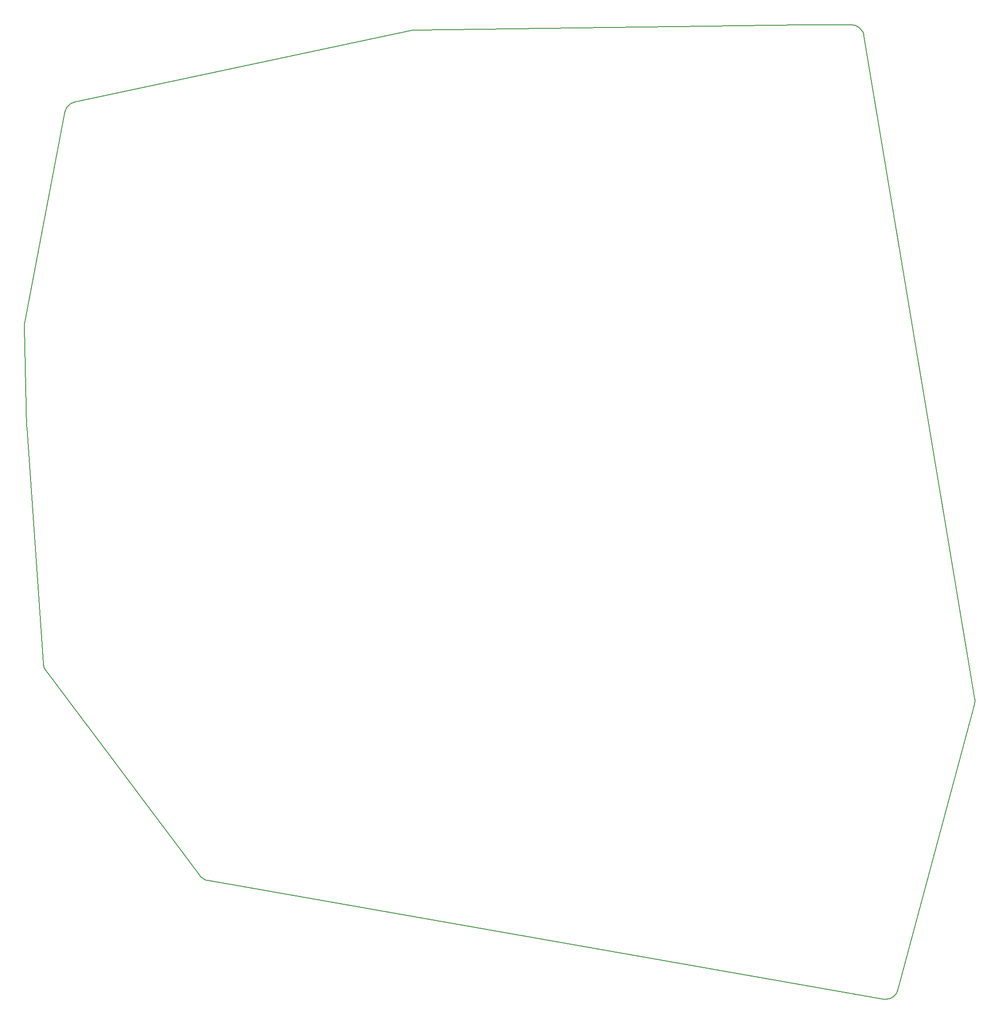
<source format=gm1>
G04 #@! TF.FileFunction,Profile,NP*
%FSLAX46Y46*%
G04 Gerber Fmt 4.6, Leading zero omitted, Abs format (unit mm)*
G04 Created by KiCad (PCBNEW 4.0.6+dfsg1-1) date Sat Mar 24 19:44:59 2018*
%MOMM*%
%LPD*%
G01*
G04 APERTURE LIST*
%ADD10C,0.100000*%
%ADD11C,0.150000*%
G04 APERTURE END LIST*
D10*
D11*
X173822702Y-25000000D02*
X173788829Y-25000229D01*
X173788829Y-25000229D02*
X99726454Y-26003785D01*
X99726454Y-26003785D02*
X99482351Y-26019057D01*
X99482351Y-26019057D02*
X99240908Y-26058109D01*
X99240908Y-26058109D02*
X34690766Y-39768698D01*
X34690766Y-39768698D02*
X34454534Y-39831080D01*
X34454534Y-39831080D02*
X34225520Y-39916224D01*
X34225520Y-39916224D02*
X34005911Y-40023316D01*
X34005911Y-40023316D02*
X33797804Y-40151334D01*
X33797804Y-40151334D02*
X33603188Y-40299055D01*
X33603188Y-40299055D02*
X33423921Y-40465068D01*
X33423921Y-40465068D02*
X33261716Y-40647788D01*
X33261716Y-40647788D02*
X33118121Y-40845468D01*
X33118121Y-40845468D02*
X32994509Y-41056221D01*
X32994509Y-41056221D02*
X32892060Y-41278034D01*
X32892060Y-41278034D02*
X32811752Y-41508789D01*
X32811752Y-41508789D02*
X32754353Y-41746281D01*
X32754353Y-41746281D02*
X25043305Y-82221806D01*
X25043305Y-82221806D02*
X25007328Y-82487443D01*
X25007328Y-82487443D02*
X25000000Y-82755405D01*
X25000000Y-82755405D02*
X25501826Y-101834000D01*
X25501826Y-101834000D02*
X25507011Y-101942070D01*
X25507011Y-101942070D02*
X28648963Y-147026161D01*
X28648963Y-147026161D02*
X28677018Y-147263883D01*
X28677018Y-147263883D02*
X28727679Y-147497832D01*
X28727679Y-147497832D02*
X28800483Y-147725863D01*
X28800483Y-147725863D02*
X28894762Y-147945886D01*
X28894762Y-147945886D02*
X29009651Y-148155884D01*
X29009651Y-148155884D02*
X29144097Y-148353931D01*
X29144097Y-148353931D02*
X58535503Y-187478185D01*
X58535503Y-187478185D02*
X58685438Y-187659356D01*
X58685438Y-187659356D02*
X58851733Y-187825636D01*
X58851733Y-187825636D02*
X59032916Y-187975556D01*
X59032916Y-187975556D02*
X59227385Y-188107787D01*
X59227385Y-188107787D02*
X59433418Y-188221161D01*
X59433418Y-188221161D02*
X59649192Y-188314674D01*
X59649192Y-188314674D02*
X59872799Y-188387499D01*
X59872799Y-188387499D02*
X60102259Y-188438991D01*
X60102259Y-188438991D02*
X189083904Y-211070730D01*
X189083904Y-211070730D02*
X189329014Y-211101349D01*
X189329014Y-211101349D02*
X189575949Y-211107629D01*
X189575949Y-211107629D02*
X189822299Y-211089510D01*
X189822299Y-211089510D02*
X190065658Y-211047168D01*
X190065658Y-211047168D02*
X190303650Y-210981016D01*
X190303650Y-210981016D02*
X190533953Y-210891702D01*
X190533953Y-210891702D02*
X190754317Y-210780095D01*
X190754317Y-210780095D02*
X190962592Y-210647287D01*
X190962592Y-210647287D02*
X191156744Y-210494574D01*
X191156744Y-210494574D02*
X191334877Y-210323446D01*
X191334877Y-210323446D02*
X191495254Y-210135574D01*
X191495254Y-210135574D02*
X191636307Y-209932792D01*
X191636307Y-209932792D02*
X191756660Y-209717080D01*
X191756660Y-209717080D02*
X191855138Y-209490545D01*
X191855138Y-209490545D02*
X191930780Y-209255396D01*
X191930780Y-209255396D02*
X198945140Y-183077449D01*
X198945140Y-183077449D02*
X206542826Y-154722497D01*
X206542826Y-154722497D02*
X206598073Y-154461193D01*
X206598073Y-154461193D02*
X206625128Y-154195487D01*
X206625128Y-154195487D02*
X206623684Y-153928411D01*
X206623684Y-153928411D02*
X206593756Y-153663013D01*
X206593756Y-153663013D02*
X185421949Y-27087564D01*
X185421949Y-27087564D02*
X185368218Y-26842588D01*
X185368218Y-26842588D02*
X185290212Y-26604229D01*
X185290212Y-26604229D02*
X185188717Y-26374884D01*
X185188717Y-26374884D02*
X185064754Y-26156863D01*
X185064754Y-26156863D02*
X184919570Y-25952359D01*
X184919570Y-25952359D02*
X184754627Y-25763430D01*
X184754627Y-25763430D02*
X184571585Y-25591979D01*
X184571585Y-25591979D02*
X184372285Y-25439730D01*
X184372285Y-25439730D02*
X184158734Y-25308215D01*
X184158734Y-25308215D02*
X183933081Y-25198759D01*
X183933081Y-25198759D02*
X183697596Y-25112462D01*
X183697596Y-25112462D02*
X183454650Y-25050194D01*
X183454650Y-25050194D02*
X183206687Y-25012580D01*
X183206687Y-25012580D02*
X182956204Y-25000000D01*
X182956204Y-25000000D02*
X173822702Y-25000000D01*
X173822702Y-25000000D02*
X173822702Y-25000000D01*
M02*

</source>
